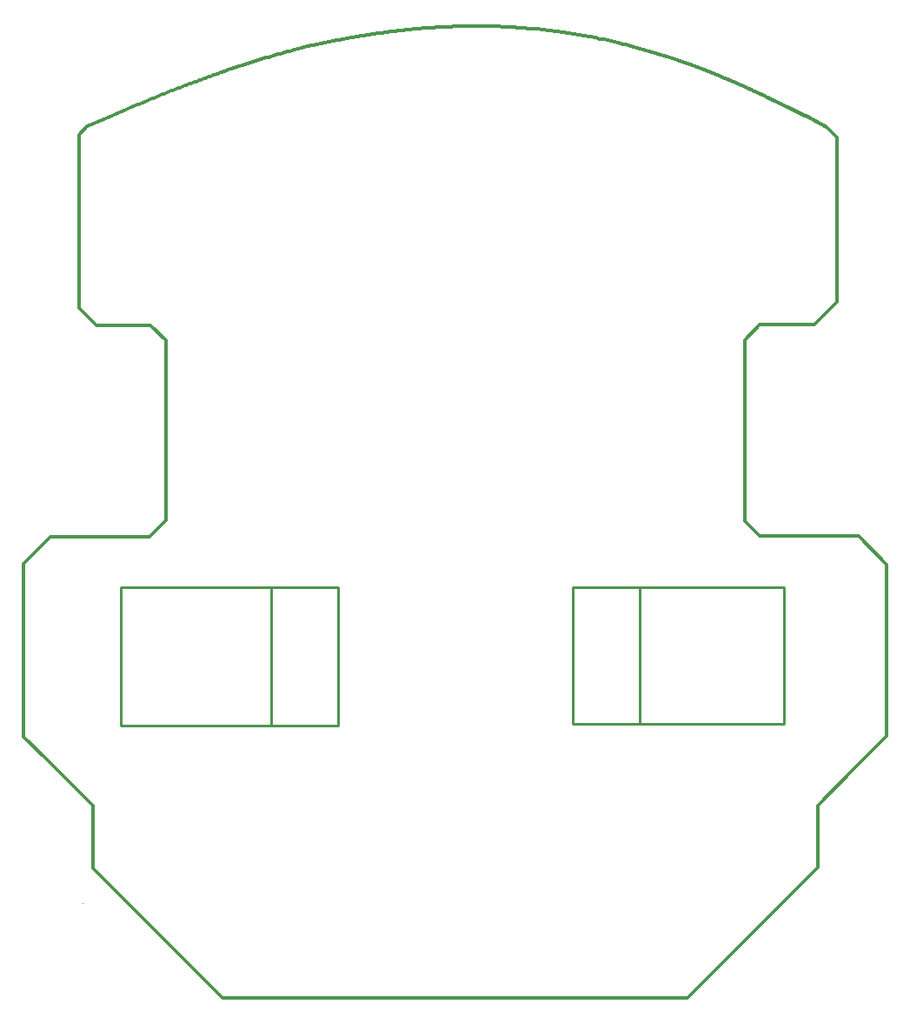
<source format=gbr>
G04*
G04 #@! TF.GenerationSoftware,Altium Limited,Altium Designer,26.2.0 (7)*
G04*
G04 Layer_Color=16711935*
%FSTAX25Y25*%
%MOIN*%
G70*
G04*
G04 #@! TF.SameCoordinates,DDC7E0C6-02D7-4959-A8D0-6A7BEAAAFFDF*
G04*
G04*
G04 #@! TF.FilePolarity,Positive*
G04*
G01*
G75*
%ADD14C,0.01000*%
%ADD83C,0.01378*%
%ADD84C,0.00025*%
D14*
X-0072643Y-0064089D02*
X-0047143D01*
X-0072643Y-0011089D02*
X-0047143D01*
Y-0064089D02*
Y-0011089D01*
X-0072643Y-0064089D02*
Y-0011089D01*
X0043123Y-0011161D02*
X0068623D01*
X0043123Y-0063661D02*
X0068623D01*
X0043123D02*
Y-0011161D01*
X0068623Y-0063661D02*
Y-0011161D01*
X0043123D02*
X0123865D01*
X0043123Y-0063661D02*
X0123865D01*
X0043123D02*
Y-0011161D01*
X0123865Y-0063661D02*
Y-0011161D01*
X-0130393Y-0064089D02*
X-0046893D01*
X-0130393Y-0011089D02*
X-0046893D01*
Y-0064089D02*
Y-0011089D01*
X-0130393Y-0064089D02*
Y-0011089D01*
D83*
X0038774Y0201507D02*
G03*
X0033944Y0202135I-0031436J-0222875D01*
G01*
X0047118Y0200169D02*
G03*
X0038774Y0201507I-0039713J-0221008D01*
G01*
X0012276Y0203705D02*
G03*
X0004895Y0203795I-0006614J-02391D01*
G01*
X0004895D02*
G03*
X0000408Y0203739I0000776J-0239795D01*
G01*
X0079737Y019193D02*
G03*
X0064384Y0196389I-0079926J-0246576D01*
G01*
X-0047974Y0198299D02*
G03*
X-0054568Y0196916I0051583J-0262382D01*
G01*
X008796Y0189114D02*
G03*
X0079737Y019193I-0089042J-0246541D01*
G01*
X0132429Y0169406D02*
G03*
X0132419Y016941I-0000195J-0000519D01*
G01*
X0132419Y016941D02*
G03*
X013241Y0169413I-0000147J-0000414D01*
G01*
X013241D02*
G03*
X0132402Y0169415I-0000109J-000033D01*
G01*
Y0169415D02*
G03*
X0132395Y0169417I-000008J-0000264D01*
G01*
Y0169417D02*
G03*
X0132388Y0169419I-0000058J-0000211D01*
G01*
X0132388D02*
G03*
X0132382Y0169421I-0000041J-000017D01*
G01*
X0132382Y0169421D02*
G03*
X0132377Y0169422I-0000028J-0000138D01*
G01*
X0132377D02*
G03*
X0132371Y0169422I-0000018J-0000115D01*
G01*
X0132371D02*
G03*
X0132367Y0169423I-0000011J-0000097D01*
G01*
D02*
G03*
X0132362Y0169423I-0000006J-0000085D01*
G01*
D02*
G03*
X0132355Y0169422I-0000001J-0000076D01*
G01*
Y0169422D02*
G03*
X0132351Y0169422I0000007J-0000078D01*
G01*
Y0169422D02*
G03*
X0132348Y0169422I0000012J-0000089D01*
G01*
X0132348Y0169422D02*
G03*
X0132344Y0169421I000002J-0000116D01*
G01*
X0132327Y0169417D02*
G03*
X0132331Y0169418I-0000025J0000142D01*
G01*
X0132323Y0169417D02*
G03*
X0132327Y0169417I-0000017J000012D01*
G01*
X0132319Y0169416D02*
G03*
X0132323Y0169417I-0000012J0000114D01*
G01*
X0132314Y0169416D02*
G03*
X0132319Y0169416I-0000007J0000116D01*
G01*
X0132309Y0169416D02*
G03*
X0132314Y0169416I-0000003J0000125D01*
G01*
X0132304Y0169416D02*
G03*
X0132309Y0169416I0000002J0000139D01*
G01*
X0132298Y0169416D02*
G03*
X0132304Y0169416I0000008J0000159D01*
G01*
X0132291Y0169416D02*
G03*
X0132298Y0169416I0000016J0000186D01*
G01*
X0132284Y0169417D02*
G03*
X0132291Y0169416I0000026J000022D01*
G01*
X0132277Y0169418D02*
G03*
X0132284Y0169417I000004J0000263D01*
G01*
X0132268Y0169419D02*
G03*
X0132277Y0169418I0000056J0000316D01*
G01*
X0132259Y0169421D02*
G03*
X0132268Y0169419I0000077J0000381D01*
G01*
X0132249Y0169423D02*
G03*
X0132259Y0169421I0000104J0000459D01*
G01*
X0132238Y0169426D02*
G03*
X0132249Y0169423I0000137J0000554D01*
G01*
X0132226Y0169429D02*
G03*
X0132238Y0169426I0000177J0000667D01*
G01*
X0099802Y0184514D02*
G03*
X0094396Y0186695I-0102845J-0247168D01*
G01*
D02*
G03*
X008796Y0189114I-0096423J-0246745D01*
G01*
X-009135Y-016852D02*
X0086997D01*
X-0104914Y-0154956D02*
X-009135Y-016852D01*
X0086997D02*
X0136831Y-0118686D01*
X-0014296Y0202978D02*
X-0013076Y0203074D01*
X-0002158Y0203669D02*
X0000408Y0203739D01*
X-0004177Y0203595D02*
X-0002158Y0203669D01*
X-0015523Y0202876D02*
X-0014296Y0202978D01*
X-0013076Y0203074D02*
X-0011865Y0203163D01*
X-0010661Y0203246D01*
X-0009168Y0203341D01*
X-0007687Y0203427D01*
X-0005924Y0203517D01*
X-0004177Y0203595D01*
X-0039584Y0199816D02*
X-0039231Y0199875D01*
X-0038526Y019999D02*
X-0038175Y0200047D01*
X-0039231Y0199875D02*
X-0038878Y0199933D01*
X-0038526Y019999D01*
X-0038175Y0200047D02*
X-0037825Y0200103D01*
X-0037475Y0200159D01*
X-0037126Y0200215D01*
X-0036083Y0200378D01*
X-0035047Y0200537D01*
X-0034017Y0200692D01*
X-0032993Y0200843D01*
X-0031975Y020099D01*
X-0030962Y0201132D01*
X-0029956Y0201271D01*
X-0028956Y0201405D01*
X-0019257Y0202532D02*
X-0018004Y0202653D01*
X-0027961Y0201535D02*
X-0026972Y0201661D01*
X-0020203Y0202436D02*
X-0019257Y0202532D01*
X-0028956Y0201405D02*
X-0027961Y0201535D01*
X-0026972Y0201661D02*
X-0025989Y0201784D01*
X-0025012Y0201902D01*
X-0024039Y0202017D01*
X-0023072Y0202127D01*
X-0022111Y0202234D01*
X-0021155Y0202337D01*
X-0020203Y0202436D01*
X-0018004Y0202653D02*
X-0016759Y0202768D01*
X-0015523Y0202876D01*
X0029337Y0202636D02*
X0031389Y0202425D01*
X0053435Y0198942D02*
X0054955Y019862D01*
X0027535Y0202806D02*
X0029337Y0202636D01*
X0025984Y0202942D02*
X0027535Y0202806D01*
X0023128Y0203165D02*
X0024429Y0203067D01*
X0025984Y0202942D01*
X0031389Y0202425D02*
X0033944Y0202135D01*
X0047118Y0200169D02*
X0049643Y0199701D01*
X0051665Y0199304D01*
X0053435Y0198942D01*
X-0068188Y0193514D02*
X-0067283Y0193762D01*
X-0070951Y0192738D02*
X-0070022Y0193002D01*
X-0069101Y0193261D01*
X-0068188Y0193514D01*
X-0067283Y0193762D02*
X-0066386Y0194005D01*
X-0065496Y0194243D01*
X-0064614Y0194476D01*
X-0063739Y0194704D01*
X-006244Y0195037D01*
X-0061158Y019536D02*
X-0059891Y0195672D01*
X-0058638Y0195975D01*
X-006244Y0195037D02*
X-0061158Y019536D01*
X-0058638Y0195975D02*
X-0056991Y0196364D01*
X-0072835Y0192193D02*
X-0071889Y0192468D01*
X-0070951Y0192738D01*
X0017879Y0203486D02*
X0020513Y0203339D01*
X0021823Y0203255D01*
X0023128Y0203165D01*
X0012276Y0203705D02*
X0014423Y0203636D01*
X0016289Y0203561D01*
X0017879Y0203486D01*
X0062334Y0196907D02*
X0063358Y019665D01*
X0064384Y0196389D01*
X0061312Y0197159D02*
X0062334Y0196907D01*
X0060291Y0197405D02*
X0061312Y0197159D01*
X0054955Y019862D02*
X0056476Y0198286D01*
X0057746Y0198D01*
X0059017Y0197707D01*
X0060291Y0197405D01*
X-0039939Y0199757D02*
X-0039584Y0199816D01*
X-0056991Y0196364D02*
X-0054568Y0196916D01*
X-0047974Y0198299D02*
X-0046475Y0198589D01*
X-0045363Y0198799D01*
X-0044627Y0198935D01*
X-0043895Y0199068D01*
X-0043167Y0199199D01*
X-0042443Y0199328D01*
X-0041723Y0199453D01*
X-0041007Y0199577D01*
X-0040294Y0199697D01*
X-0039939Y0199757D01*
X-0085957Y0188076D02*
X-008489Y0188431D01*
X-0083833Y0188779D01*
X-0082786Y018912D01*
X-0073789Y0191913D02*
X-0072835Y0192193D01*
X-0076705Y0191036D02*
X-0075724Y0191334D01*
X-0077695Y0190732D02*
X-0076705Y0191036D01*
X-0078694Y0190422D02*
X-0077695Y0190732D01*
X-0079703Y0190106D02*
X-0078694Y0190422D01*
X-0082786Y018912D02*
X-0081748Y0189455D01*
X-0080721Y0189784D01*
X-0079703Y0190106D01*
X-0075724Y0191334D02*
X-0074752Y0191627D01*
X-0073789Y0191913D01*
X-0146379Y0095866D02*
Y016221D01*
Y0095866D02*
X-0139791Y0089278D01*
X-0146379Y016221D02*
X-0143225Y0165364D01*
X-0139791Y0089278D02*
X-0119023D01*
X0140619Y016492D02*
X0144337Y0161202D01*
X0140369Y0165059D02*
X0140619Y016492D01*
X0140124Y0165194D02*
X0140369Y0165059D01*
X0139884Y0165327D02*
X0140124Y0165194D01*
X0139649Y0165457D02*
X0139884Y0165327D01*
X0139419Y0165585D02*
X0139649Y0165457D01*
X0139194Y0165709D02*
X0139419Y0165585D01*
X0138974Y0165831D02*
X0139194Y0165709D01*
X0138758Y016595D02*
X0138974Y0165831D01*
X0138548Y0166067D02*
X0138758Y016595D01*
X0138342Y0166181D02*
X0138548Y0166067D01*
X0138141Y0166292D02*
X0138342Y0166181D01*
X0137944Y0166401D02*
X0138141Y0166292D01*
X0137752Y0166507D02*
X0137944Y0166401D01*
X0137565Y0166611D02*
X0137752Y0166507D01*
X0137382Y0166712D02*
X0137565Y0166611D01*
X0137204Y0166811D02*
X0137382Y0166712D01*
X0137029Y0166907D02*
X0137204Y0166811D01*
X0136859Y0167001D02*
X0137029Y0166907D01*
X0136694Y0167093D02*
X0136859Y0167001D01*
X0136532Y0167182D02*
X0136694Y0167093D01*
X0136375Y0167269D02*
X0136532Y0167182D01*
X0136221Y0167354D02*
X0136375Y0167269D01*
X0136072Y0167437D02*
X0136221Y0167354D01*
X0135927Y0167517D02*
X0136072Y0167437D01*
X0135785Y0167595D02*
X0135927Y0167517D01*
X0135648Y0167671D02*
X0135785Y0167595D01*
X0135514Y0167745D02*
X0135648Y0167671D01*
X0135384Y0167817D02*
X0135514Y0167745D01*
X0135257Y0167886D02*
X0135384Y0167817D01*
X0135135Y0167954D02*
X0135257Y0167886D01*
X0135015Y016802D02*
X0135135Y0167954D01*
X01349Y0168083D02*
X0135015Y016802D01*
X0134788Y0168145D02*
X01349Y0168083D01*
X0134679Y0168205D02*
X0134788Y0168145D01*
X0134574Y0168263D02*
X0134679Y0168205D01*
X0134471Y0168319D02*
X0134574Y0168263D01*
X0134373Y0168374D02*
X0134471Y0168319D01*
X0134277Y0168426D02*
X0134373Y0168374D01*
X0134185Y0168477D02*
X0134277Y0168426D01*
X0134095Y0168526D02*
X0134185Y0168477D01*
X0134009Y0168573D02*
X0134095Y0168526D01*
X0133926Y0168619D02*
X0134009Y0168573D01*
X0133845Y0168663D02*
X0133926Y0168619D01*
X0133768Y0168705D02*
X0133845Y0168663D01*
X0133693Y0168746D02*
X0133768Y0168705D01*
X0133621Y0168785D02*
X0133693Y0168746D01*
X0133552Y0168823D02*
X0133621Y0168785D01*
X0133485Y0168859D02*
X0133552Y0168823D01*
X0133421Y0168894D02*
X0133485Y0168859D01*
X013336Y0168927D02*
X0133421Y0168894D01*
X0133301Y0168959D02*
X013336Y0168927D01*
X0133244Y016899D02*
X0133301Y0168959D01*
X013319Y0169019D02*
X0133244Y016899D01*
X0133138Y0169047D02*
X013319Y0169019D01*
X0133089Y0169073D02*
X0133138Y0169047D01*
X0133041Y0169099D02*
X0133089Y0169073D01*
X0132996Y0169123D02*
X0133041Y0169099D01*
X0132953Y0169146D02*
X0132996Y0169123D01*
X0132912Y0169167D02*
X0132953Y0169146D01*
X0132873Y0169188D02*
X0132912Y0169167D01*
X0132836Y0169208D02*
X0132873Y0169188D01*
X0132801Y0169226D02*
X0132836Y0169208D01*
X0132767Y0169243D02*
X0132801Y0169226D01*
X0132736Y016926D02*
X0132767Y0169243D01*
X0132706Y0169275D02*
X0132736Y016926D01*
X0132678Y0169289D02*
X0132706Y0169275D01*
X0132651Y0169303D02*
X0132678Y0169289D01*
X0132626Y0169315D02*
X0132651Y0169303D01*
X0132603Y0169327D02*
X0132626Y0169315D01*
X0132581Y0169338D02*
X0132603Y0169327D01*
X013256Y0169348D02*
X0132581Y0169338D01*
X0132541Y0169357D02*
X013256Y0169348D01*
X0132523Y0169366D02*
X0132541Y0169357D01*
X0132506Y0169373D02*
X0132523Y0169366D01*
X0132491Y016938D02*
X0132506Y0169373D01*
X0132476Y0169387D02*
X0132491Y016938D01*
X0132463Y0169393D02*
X0132476Y0169387D01*
X0132451Y0169398D02*
X0132463Y0169393D01*
X0132439Y0169402D02*
X0132451Y0169398D01*
X0132429Y0169406D02*
X0132439Y0169402D01*
X0132341Y016942D02*
X0132344Y0169421D01*
X0132338Y016942D02*
X0132341Y016942D01*
X0132334Y0169419D02*
X0132338Y016942D01*
X0132331Y0169418D02*
X0132334Y0169419D01*
X0132213Y0169432D02*
X0132226Y0169429D01*
X0132199Y0169437D02*
X0132213Y0169432D01*
X0132184Y0169441D02*
X0132199Y0169437D01*
X0132168Y0169446D02*
X0132184Y0169441D01*
X013215Y0169452D02*
X0132168Y0169446D01*
X0132131Y0169459D02*
X013215Y0169452D01*
X0132111Y0169466D02*
X0132131Y0169459D01*
X013209Y0169474D02*
X0132111Y0169466D01*
X0132067Y0169482D02*
X013209Y0169474D01*
X0132043Y0169492D02*
X0132067Y0169482D01*
X0132017Y0169501D02*
X0132043Y0169492D01*
X0131989Y0169512D02*
X0132017Y0169501D01*
X013196Y0169524D02*
X0131989Y0169512D01*
X0131929Y0169537D02*
X013196Y0169524D01*
X0131896Y016955D02*
X0131929Y0169537D01*
X0131862Y0169565D02*
X0131896Y016955D01*
X0131826Y016958D02*
X0131862Y0169565D01*
X0131788Y0169597D02*
X0131826Y016958D01*
X0131747Y0169614D02*
X0131788Y0169597D01*
X0131705Y0169633D02*
X0131747Y0169614D01*
X0131661Y0169652D02*
X0131705Y0169633D01*
X0131614Y0169673D02*
X0131661Y0169652D01*
X0131566Y0169695D02*
X0131614Y0169673D01*
X0131515Y0169718D02*
X0131566Y0169695D01*
X0131461Y0169742D02*
X0131515Y0169718D01*
X0131406Y0169767D02*
X0131461Y0169742D01*
X0131348Y0169794D02*
X0131406Y0169767D01*
X0131287Y0169822D02*
X0131348Y0169794D01*
X0131224Y0169852D02*
X0131287Y0169822D01*
X0131159Y0169882D02*
X0131224Y0169852D01*
X013109Y0169914D02*
X0131159Y0169882D01*
X013102Y0169948D02*
X013109Y0169914D01*
X0130946Y0169983D02*
X013102Y0169948D01*
X013087Y0170019D02*
X0130946Y0169983D01*
X013079Y0170057D02*
X013087Y0170019D01*
X0130708Y0170096D02*
X013079Y0170057D01*
X0130623Y0170137D02*
X0130708Y0170096D01*
X0130536Y0170179D02*
X0130623Y0170137D01*
X0130446Y0170223D02*
X0130536Y0170179D01*
X0130352Y0170268D02*
X0130446Y0170223D01*
X0130257Y0170314D02*
X0130352Y0170268D01*
X0130158Y0170362D02*
X0130257Y0170314D01*
X0130057Y0170411D02*
X0130158Y0170362D01*
X0129954Y0170462D02*
X0130057Y0170411D01*
X0129847Y0170514D02*
X0129954Y0170462D01*
X0129738Y0170567D02*
X0129847Y0170514D01*
X0129627Y0170622D02*
X0129738Y0170567D01*
X0129513Y0170678D02*
X0129627Y0170622D01*
X0129396Y0170735D02*
X0129513Y0170678D01*
X0129277Y0170793D02*
X0129396Y0170735D01*
X0129155Y0170853D02*
X0129277Y0170793D01*
X0129031Y0170914D02*
X0129155Y0170853D01*
X0128905Y0170976D02*
X0129031Y0170914D01*
X0128776Y017104D02*
X0128905Y0170976D01*
X0128645Y0171105D02*
X0128776Y017104D01*
X0128511Y0171171D02*
X0128645Y0171105D01*
X0128375Y0171238D02*
X0128511Y0171171D01*
X0128236Y0171306D02*
X0128375Y0171238D01*
X0128095Y0171376D02*
X0128236Y0171306D01*
X0127952Y0171446D02*
X0128095Y0171376D01*
X0127807Y0171518D02*
X0127952Y0171446D01*
X0127659Y0171591D02*
X0127807Y0171518D01*
X0127509Y0171665D02*
X0127659Y0171591D01*
X0127357Y017174D02*
X0127509Y0171665D01*
X0127203Y0171816D02*
X0127357Y017174D01*
X0127046Y0171893D02*
X0127203Y0171816D01*
X0126888Y0171971D02*
X0127046Y0171893D01*
X0126727Y0172051D02*
X0126888Y0171971D01*
X0126564Y0172131D02*
X0126727Y0172051D01*
X0126399Y0172213D02*
X0126564Y0172131D01*
X0126232Y0172295D02*
X0126399Y0172213D01*
X0126062Y0172379D02*
X0126232Y0172295D01*
X0125891Y0172463D02*
X0126062Y0172379D01*
X0125718Y0172548D02*
X0125891Y0172463D01*
X0125543Y0172635D02*
X0125718Y0172548D01*
X0125365Y0172722D02*
X0125543Y0172635D01*
X0125186Y017281D02*
X0125365Y0172722D01*
X0125005Y0172899D02*
X0125186Y017281D01*
X0124822Y0172989D02*
X0125005Y0172899D01*
X0124637Y017308D02*
X0124822Y0172989D01*
X012445Y0173172D02*
X0124637Y017308D01*
X0124261Y0173265D02*
X012445Y0173172D01*
X0124071Y0173358D02*
X0124261Y0173265D01*
X0123879Y0173452D02*
X0124071Y0173358D01*
X0123684Y0173547D02*
X0123879Y0173452D01*
X0123488Y0173643D02*
X0123684Y0173547D01*
X0123291Y017374D02*
X0123488Y0173643D01*
X0123091Y0173838D02*
X0123291Y017374D01*
X012289Y0173936D02*
X0123091Y0173838D01*
X0122687Y0174035D02*
X012289Y0173936D01*
X0122483Y0174135D02*
X0122687Y0174035D01*
X0122277Y0174235D02*
X0122483Y0174135D01*
X0122069Y0174337D02*
X0122277Y0174235D01*
X012186Y0174439D02*
X0122069Y0174337D01*
X0121649Y0174541D02*
X012186Y0174439D01*
X0121436Y0174645D02*
X0121649Y0174541D01*
X0121222Y0174749D02*
X0121436Y0174645D01*
X0121006Y0174853D02*
X0121222Y0174749D01*
X0120789Y0174959D02*
X0121006Y0174853D01*
X0120571Y0175064D02*
X0120789Y0174959D01*
X012035Y0175171D02*
X0120571Y0175064D01*
X0120129Y0175278D02*
X012035Y0175171D01*
X0119906Y0175386D02*
X0120129Y0175278D01*
X0119682Y0175494D02*
X0119906Y0175386D01*
X0119456Y0175603D02*
X0119682Y0175494D01*
X0119229Y0175712D02*
X0119456Y0175603D01*
X0119Y0175822D02*
X0119229Y0175712D01*
X011877Y0175933D02*
X0119Y0175822D01*
X0118539Y0176044D02*
X011877Y0175933D01*
X0118307Y0176155D02*
X0118539Y0176044D01*
X0118073Y0176267D02*
X0118307Y0176155D01*
X0117838Y0176379D02*
X0118073Y0176267D01*
X0117602Y0176492D02*
X0117838Y0176379D01*
X0117365Y0176606D02*
X0117602Y0176492D01*
X0117127Y0176719D02*
X0117365Y0176606D01*
X0116887Y0176833D02*
X0117127Y0176719D01*
X0116646Y0176948D02*
X0116887Y0176833D01*
X0116404Y0177063D02*
X0116646Y0176948D01*
X0116161Y0177178D02*
X0116404Y0177063D01*
X0115917Y0177294D02*
X0116161Y0177178D01*
X0115672Y017741D02*
X0115917Y0177294D01*
X0115426Y0177526D02*
X0115672Y017741D01*
X0115179Y0177643D02*
X0115426Y0177526D01*
X011493Y017776D02*
X0115179Y0177643D01*
X0114681Y0177877D02*
X011493Y017776D01*
X0114431Y0177995D02*
X0114681Y0177877D01*
X011418Y0178113D02*
X0114431Y0177995D01*
X0113928Y0178231D02*
X011418Y0178113D01*
X0113675Y0178349D02*
X0113928Y0178231D01*
X0113421Y0178468D02*
X0113675Y0178349D01*
X0113167Y0178586D02*
X0113421Y0178468D01*
X0112911Y0178706D02*
X0113167Y0178586D01*
X0112655Y0178825D02*
X0112911Y0178706D01*
X0112398Y0178944D02*
X0112655Y0178825D01*
X011214Y0179064D02*
X0112398Y0178944D01*
X0111882Y0179183D02*
X011214Y0179064D01*
X0111622Y0179303D02*
X0111882Y0179183D01*
X0111362Y0179423D02*
X0111622Y0179303D01*
X0111102Y0179543D02*
X0111362Y0179423D01*
X011084Y0179663D02*
X0111102Y0179543D01*
X0110578Y0179784D02*
X011084Y0179663D01*
X0110316Y0179904D02*
X0110578Y0179784D01*
X0110052Y0180024D02*
X0110316Y0179904D01*
X0109789Y0180145D02*
X0110052Y0180024D01*
X0109524Y0180265D02*
X0109789Y0180145D01*
X0109259Y0180386D02*
X0109524Y0180265D01*
X0108994Y0180506D02*
X0109259Y0180386D01*
X0108728Y0180627D02*
X0108994Y0180506D01*
X0108461Y0180747D02*
X0108728Y0180627D01*
X0108194Y0180868D02*
X0108461Y0180747D01*
X0107927Y0180988D02*
X0108194Y0180868D01*
X0107659Y0181108D02*
X0107927Y0180988D01*
X0107391Y0181229D02*
X0107659Y0181108D01*
X0107123Y0181349D02*
X0107391Y0181229D01*
X0106854Y0181469D02*
X0107123Y0181349D01*
X0106585Y0181589D02*
X0106854Y0181469D01*
X0106315Y0181709D02*
X0106585Y0181589D01*
X0106045Y0181828D02*
X0106315Y0181709D01*
X0105775Y0181948D02*
X0106045Y0181828D01*
X0105504Y0182067D02*
X0105775Y0181948D01*
X0105234Y0182187D02*
X0105504Y0182067D01*
X0104963Y0182306D02*
X0105234Y0182187D01*
X0104692Y0182424D02*
X0104963Y0182306D01*
X0104421Y0182543D02*
X0104692Y0182424D01*
X0104149Y0182661D02*
X0104421Y0182543D01*
X0103878Y018278D02*
X0104149Y0182661D01*
X0103606Y0182897D02*
X0103878Y018278D01*
X0103334Y0183015D02*
X0103606Y0182897D01*
X0103062Y0183132D02*
X0103334Y0183015D01*
X010279Y0183249D02*
X0103062Y0183132D01*
X0102519Y0183366D02*
X010279Y0183249D01*
X0102247Y0183483D02*
X0102519Y0183366D01*
X0101975Y0183599D02*
X0102247Y0183483D01*
X0101703Y0183714D02*
X0101975Y0183599D01*
X0101431Y018383D02*
X0101703Y0183714D01*
X0099802Y0184514D02*
X0101431Y018383D01*
X-0087034Y0187715D02*
X-0085957Y0188076D01*
X-0088122Y0187347D02*
X-0087034Y0187715D01*
X-008922Y0186971D02*
X-0088122Y0187347D01*
X-0090329Y018659D02*
X-008922Y0186971D01*
X-0090888Y0186396D02*
X-0090329Y018659D01*
X-0091449Y01862D02*
X-0090888Y0186396D01*
X-0092013Y0186003D02*
X-0091449Y01862D01*
X-0092579Y0185804D02*
X-0092013Y0186003D01*
X-0093148Y0185603D02*
X-0092579Y0185804D01*
X-0093721Y0185401D02*
X-0093148Y0185603D01*
X-0094296Y0185196D02*
X-0093721Y0185401D01*
X-0094873Y018499D02*
X-0094296Y0185196D01*
X-0095454Y0184782D02*
X-0094873Y018499D01*
X-0096037Y0184572D02*
X-0095454Y0184782D01*
X-0096623Y018436D02*
X-0096037Y0184572D01*
X-0097212Y0184146D02*
X-0096623Y018436D01*
X-0097804Y0183931D02*
X-0097212Y0184146D01*
X-0098399Y0183713D02*
X-0097804Y0183931D01*
X-0098997Y0183494D02*
X-0098399Y0183713D01*
X-0099597Y0183273D02*
X-0098997Y0183494D01*
X-0100201Y0183049D02*
X-0099597Y0183273D01*
X-0100807Y0182824D02*
X-0100201Y0183049D01*
X-0101417Y0182597D02*
X-0100807Y0182824D01*
X-010203Y0182368D02*
X-0101417Y0182597D01*
X-0102645Y0182137D02*
X-010203Y0182368D01*
X-0103264Y0181904D02*
X-0102645Y0182137D01*
X-0103885Y0181668D02*
X-0103264Y0181904D01*
X-010451Y0181431D02*
X-0103885Y0181668D01*
X-0105138Y0181192D02*
X-010451Y0181431D01*
X-0105768Y0180951D02*
X-0105138Y0181192D01*
X-0106402Y0180708D02*
X-0105768Y0180951D01*
X-0107039Y0180463D02*
X-0106402Y0180708D01*
X-0107679Y0180216D02*
X-0107039Y0180463D01*
X-0108323Y0179966D02*
X-0107679Y0180216D01*
X-0108969Y0179715D02*
X-0108323Y0179966D01*
X-0109619Y0179461D02*
X-0108969Y0179715D01*
X-0110272Y0179206D02*
X-0109619Y0179461D01*
X-0110928Y0178948D02*
X-0110272Y0179206D01*
X-0111587Y0178688D02*
X-0110928Y0178948D01*
X-011225Y0178426D02*
X-0111587Y0178688D01*
X-0112916Y0178162D02*
X-011225Y0178426D01*
X-0113585Y0177896D02*
X-0112916Y0178162D01*
X-0114257Y0177628D02*
X-0113585Y0177896D01*
X-0114933Y0177357D02*
X-0114257Y0177628D01*
X-0115612Y0177084D02*
X-0114933Y0177357D01*
X-0116295Y0176809D02*
X-0115612Y0177084D01*
X-011698Y0176532D02*
X-0116295Y0176809D01*
X-0117669Y0176253D02*
X-011698Y0176532D01*
X-0118362Y0175971D02*
X-0117669Y0176253D01*
X-0119058Y0175688D02*
X-0118362Y0175971D01*
X-0119757Y0175401D02*
X-0119058Y0175688D01*
X-012046Y0175113D02*
X-0119757Y0175401D01*
X-0121166Y0174823D02*
X-012046Y0175113D01*
X-0121876Y017453D02*
X-0121166Y0174823D01*
X-0122589Y0174235D02*
X-0121876Y017453D01*
X-0123306Y0173937D02*
X-0122589Y0174235D01*
X-0124026Y0173637D02*
X-0123306Y0173937D01*
X-012475Y0173335D02*
X-0124026Y0173637D01*
X-0125478Y0173031D02*
X-012475Y0173335D01*
X-0126208Y0172724D02*
X-0125478Y0173031D01*
X-0126943Y0172415D02*
X-0126208Y0172724D01*
X-0127681Y0172104D02*
X-0126943Y0172415D01*
X-0128423Y017179D02*
X-0127681Y0172104D01*
X-0129168Y0171474D02*
X-0128423Y017179D01*
X-0129917Y0171155D02*
X-0129168Y0171474D01*
X-013067Y0170834D02*
X-0129917Y0171155D01*
X-0131427Y0170511D02*
X-013067Y0170834D01*
X-0132187Y0170185D02*
X-0131427Y0170511D01*
X-013295Y0169857D02*
X-0132187Y0170185D01*
X-0133718Y0169526D02*
X-013295Y0169857D01*
X-0134489Y0169193D02*
X-0133718Y0169526D01*
X-0135264Y0168857D02*
X-0134489Y0169193D01*
X-0136043Y0168519D02*
X-0135264Y0168857D01*
X-0136826Y0168179D02*
X-0136043Y0168519D01*
X-0137612Y0167836D02*
X-0136826Y0168179D01*
X-0138402Y016749D02*
X-0137612Y0167836D01*
X-0139197Y0167142D02*
X-0138402Y016749D01*
X-0139995Y0166791D02*
X-0139197Y0167142D01*
X-0140796Y0166438D02*
X-0139995Y0166791D01*
X-0141602Y0166083D02*
X-0140796Y0166438D01*
X-0142412Y0165724D02*
X-0141602Y0166083D01*
X-0143225Y0165364D02*
X-0142412Y0165724D01*
X-0119023Y0089278D02*
X-0113111Y0083366D01*
X0144337Y0098091D02*
Y0161202D01*
X0135529Y0089283D02*
X0144337Y0098091D01*
X-0167672Y-0002212D02*
X-0157222Y0008238D01*
X-0167672Y-0068423D02*
Y-0002212D01*
X-0157222Y0008238D02*
X-0138875D01*
X-0119233D02*
X-0113111Y001436D01*
X-0138875Y0008238D02*
X-0119233D01*
X-0113111Y001436D02*
Y0072119D01*
X0163361Y-0068229D02*
Y-000254D01*
X0152541Y000828D02*
X0163361Y-000254D01*
X010885Y0070961D02*
Y0083332D01*
X0114801Y0089283D01*
X0135529D01*
X-0113111Y0072119D02*
Y0083366D01*
X0114572Y000828D02*
X0152541D01*
X010885Y0014002D02*
X0114572Y000828D01*
X010885Y0014002D02*
Y0070961D01*
X-0141077Y-0095824D02*
Y-0095018D01*
X-0167672Y-0068423D02*
X-0158807Y-0077288D01*
X-0127522Y-0132348D02*
X-0114063Y-0145808D01*
X-0141077Y-0118793D02*
X-0127522Y-0132348D01*
X0136831Y-0118686D02*
Y-0102347D01*
X-0158807Y-0077288D02*
X-0141077Y-0095018D01*
Y-0118793D02*
Y-0095824D01*
X0154754Y-0076836D02*
X0163361Y-0068229D01*
X0136831Y-009476D02*
X0150471Y-008112D01*
X0136831Y-0102347D02*
Y-009476D01*
X-0114063Y-0145808D02*
X-0104914Y-0154956D01*
X0150471Y-008112D02*
X0154754Y-0076836D01*
D84*
X-0144847Y-0132398D02*
G03*
X-0144847Y-0132398I-0000013J0D01*
G01*
M02*

</source>
